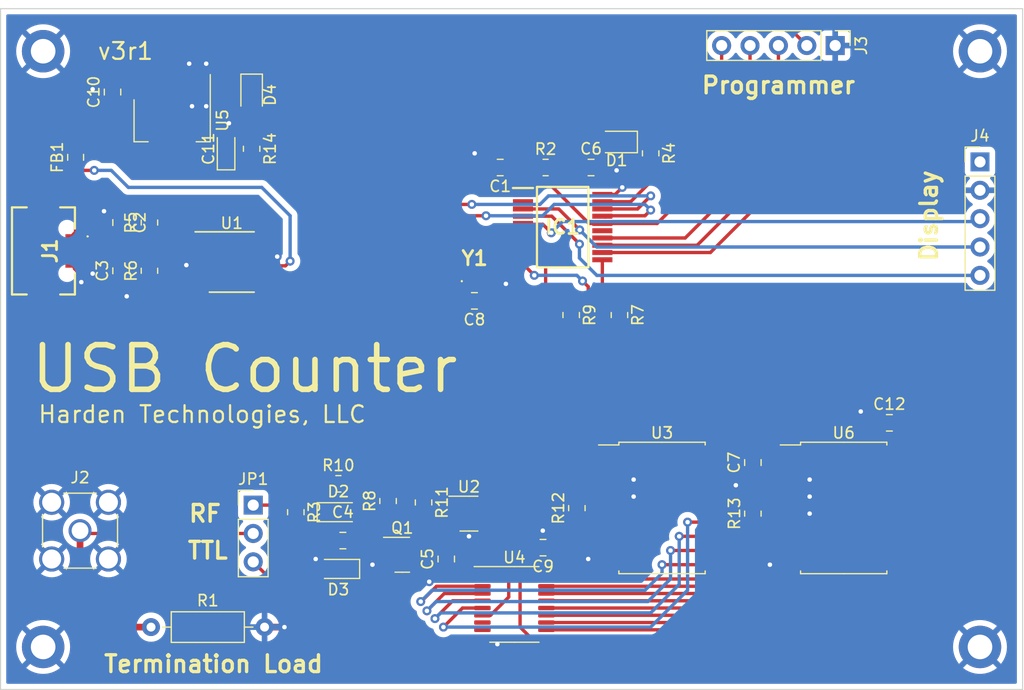
<source format=kicad_pcb>
(kicad_pcb (version 20211014) (generator pcbnew)
  (layers (0 "F.Cu" signal) (31 "B.Cu" signal) (34 "B.Paste" user) (35 "F.Paste" user) (36 "B.SilkS" user "B.Silkscreen") (37 "F.SilkS" user "F.Silkscreen") (38 "B.Mask" user) (39 "F.Mask" user) (44 "Edge.Cuts" user))
  (net 0 "")
  (net 1 "GND")
  (net 2 "Net-(D4-Pad2)")
  (net 3 "VCC")
  (net 4 "Net-(R13-Pad1)")
  (net 5 "Net-(R12-Pad1)")
  (net 6 "Net-(Q1-Pad3)")
  (net 7 "Net-(C5-Pad2)")
  (net 8 "SDA")
  (net 9 "Net-(C4-Pad1)")
  (net 10 "SCL")
  (net 11 "Net-(R6-Pad1)")
  (net 12 "Net-(C3-Pad2)")
  (net 13 "Net-(C2-Pad2)")
  (net 14 "Net-(R5-Pad2)")
  (net 15 "Net-(D1-Pad1)")
  (net 16 "STATUS")
  (net 17 "RST")
  (net 18 "Net-(JP1-Pad1)")
  (net 19 "Net-(C4-Pad2)")
  (net 20 "Net-(J2-Pad1)")
  (net 22 "COUNT")
  (net 23 "Net-(C10-Pad1)")
  (net 24 "Net-(U3-Pad10)")
  (net 25 "Net-(U3-Pad11)")
  (net 26 "Net-(U3-Pad12)")
  (net 27 "Net-(U3-Pad13)")
  (net 28 "GATE")
  (net 29 "OVF")
  (net 30 "Net-(U4-Pad12)")
  (net 31 "Net-(U4-Pad13)")
  (net 32 "Net-(U4-Pad14)")
  (net 33 "Net-(U4-Pad15)")
  (net 34 "Net-(U4-Pad16)")
  (net 35 "Net-(U4-Pad17)")
  (net 36 "Net-(U4-Pad18)")
  (net 37 "Net-(U4-Pad19)")
  (net 38 "PCTX")
  (net 40 "PCRX")
  (net 44 "5V")
  (net 62 "DISP_CS")
  (net 63 "DISP_CLK")
  (net 64 "DISP_DAT")
  (net 66 "Net-(IC1-Pad8)")
  (net 68 "SCK")
  (net 69 "MISO")
  (net 70 "MOSI")
  (footprint "Capacitor_SMD:C_0805_2012Metric_Pad1.18x1.45mm_HandSolder" (layer "F.Cu") (at 81.4285 98.425 180)
    (fp_text reference "C4")
    (fp_text value ".1u")
  )
  (footprint "LED_SMD:LED_0805_2012Metric_Pad1.15x1.40mm_HandSolder" (layer "F.Cu") (at 105.918 62.738 180)
    (fp_text reference "D1")
    (fp_text value "STATUS")
  )
  (footprint "Resistor_SMD:R_0805_2012Metric_Pad1.20x1.40mm_HandSolder" (layer "F.Cu") (at 64.120499 69.951136 90)
    (fp_text reference "R5")
    (fp_text value "27")
  )
  (footprint "Connector_PinHeader_2.54mm:PinHeader_1x03_P2.54mm_Vertical" (layer "F.Cu") (at 73.406 95.25)
    (fp_text reference "JP1")
    (fp_text value "Jumper")
  )
  (footprint "Capacitor_SMD:C_0805_2012Metric_Pad1.18x1.45mm_HandSolder" (layer "F.Cu") (at 61.580499 74.269136 90)
    (fp_text reference "C3")
    (fp_text value "47p")
  )
  (footprint "Resistor_SMD:R_0805_2012Metric_Pad1.20x1.40mm_HandSolder" (layer "F.Cu") (at 77.216 95.885 -90)
    (fp_text reference "R3")
    (fp_text value "100k")
  )
  (footprint "Connector_PinHeader_2.54mm:PinHeader_1x05_P2.54mm_Vertical" (layer "F.Cu") (at 125.476 54.102 -90)
    (fp_text reference "J3")
    (fp_text value "Conn_Prog")
  )
  (footprint "Connector_PinHeader_2.54mm:PinHeader_1x05_P2.54mm_Vertical" (layer "F.Cu") (at 138.43 64.521)
    (fp_text reference "J4")
    (fp_text value "Conn_Disp")
  )
  (footprint "Capacitor_SMD:C_0805_2012Metric_Pad1.18x1.45mm_HandSolder" (layer "F.Cu") (at 61.580499 69.951136 -90)
    (fp_text reference "C2")
    (fp_text value "47p")
  )
  (footprint "Connector_Coaxial:SMA_Amphenol_901-144_Vertical" (layer "F.Cu") (at 57.912 97.536)
    (fp_text reference "J2")
    (fp_text value "SMA")
  )
  (footprint "Resistor_SMD:R_0805_2012Metric_Pad1.20x1.40mm_HandSolder" (layer "F.Cu") (at 85.471 94.885 90)
    (fp_text reference "R8")
    (fp_text value "100k")
  )
  (footprint "Resistor_SMD:R_0805_2012Metric_Pad1.20x1.40mm_HandSolder" (layer "F.Cu") (at 102.362 95.52 90)
    (fp_text reference "R12")
    (fp_text value "10k")
  )
  (footprint "Package_TO_SOT_SMD:SOT-23-5" (layer "F.Cu") (at 92.71 96.012)
    (fp_text reference "U2")
    (fp_text value "SN74LVC1Gxx")
  )
  (footprint "Resistor_SMD:R_0805_2012Metric_Pad1.20x1.40mm_HandSolder" (layer "F.Cu") (at 106.172 78.232 -90)
    (fp_text reference "R7")
    (fp_text value "10k")
  )
  (footprint "Package_TO_SOT_SMD:SOT-223-3_TabPin2" (layer "F.Cu") (at 66.152499 60.807136 -90)
    (fp_text reference "U5")
    (fp_text value "NCP1117 3.3V")
  )
  (footprint "Diode_SMD:D_SOD-323_HandSoldering" (layer "F.Cu") (at 81.026 95.885)
    (fp_text reference "D2")
    (fp_text value "D")
  )
  (footprint "Capacitor_SMD:C_0805_2012Metric_Pad1.18x1.45mm_HandSolder" (layer "F.Cu") (at 60.818499 58.267136 90)
    (fp_text reference "C10")
    (fp_text value ".1u")
  )
  (footprint "Library Loader:SOP65P780X200-20N" (layer "F.Cu") (at 101.092 70.358)
    (fp_text reference "IC1")
    (fp_text value "ATTINY826-XUR" hide)
  )
  (footprint "Capacitor_SMD:C_0805_2012Metric_Pad1.18x1.45mm_HandSolder" (layer "F.Cu") (at 103.632 65.024)
    (fp_text reference "C6")
    (fp_text value ".1u")
  )
  (footprint "Inductor_SMD:L_0805_2012Metric_Pad1.15x1.40mm_HandSolder" (layer "F.Cu") (at 57.516499 64.109136 90)
    (fp_text reference "FB1")
    (fp_text value "Ferrite")
  )
  (footprint "Resistor_SMD:R_0805_2012Metric_Pad1.20x1.40mm_HandSolder" (layer "F.Cu") (at 64.120499 74.269136 90)
    (fp_text reference "R6")
    (fp_text value "27")
  )
  (footprint "Capacitor_SMD:C_0805_2012Metric_Pad1.18x1.45mm_HandSolder" (layer "F.Cu") (at 95.504 65.024 180)
    (fp_text reference "C1")
    (fp_text value ".1u")
  )
  (footprint "Capacitor_SMD:C_0805_2012Metric_Pad1.18x1.45mm_HandSolder" (layer "F.Cu") (at 93.1965 76.962 180)
    (fp_text reference "C8")
    (fp_text value ".1u")
  )
  (footprint "Resistor_SMD:R_0805_2012Metric_Pad1.20x1.40mm_HandSolder" (layer "F.Cu") (at 101.854 78.232 -90)
    (fp_text reference "R9")
    (fp_text value "10k")
  )
  (footprint "Resistor_THT:R_Axial_DIN0207_L6.3mm_D2.5mm_P10.16mm_Horizontal" (layer "F.Cu") (at 64.262 106.172)
    (fp_text reference "R1")
    (fp_text value "50")
  )
  (footprint "Resistor_SMD:R_0805_2012Metric_Pad1.20x1.40mm_HandSolder" (layer "F.Cu") (at 108.966 63.754 -90)
    (fp_text reference "R4")
    (fp_text value "10k")
  )
  (footprint "LED_SMD:LED_0805_2012Metric_Pad1.15x1.40mm_HandSolder" (layer "F.Cu") (at 73.264499 58.521136 -90)
    (fp_text reference "D4")
    (fp_text value "POWER")
  )
  (footprint "Capacitor_SMD:C_0805_2012Metric_Pad1.18x1.45mm_HandSolder" (layer "F.Cu") (at 118.11 91.44 90)
    (fp_text reference "C7")
    (fp_text value ".1u")
  )
  (footprint "Capacitor_SMD:C_0805_2012Metric_Pad1.18x1.45mm_HandSolder" (layer "F.Cu") (at 99.3355 99.06 180)
    (fp_text reference "C9")
    (fp_text value ".1u")
  )
  (footprint "Capacitor_SMD:C_0805_2012Metric_Pad1.18x1.45mm_HandSolder" (layer "F.Cu") (at 90.678 100.076 90)
    (fp_text reference "C5")
    (fp_text value ".1u")
  )
  (footprint "Package_SO:SOIC-18W_7.5x11.6mm_P1.27mm" (layer "F.Cu") (at 126.238 95.504)
    (fp_text reference "U6")
    (fp_text value "MCP23008-xSO")
  )
  (footprint "Package_TO_SOT_SMD:SOT-23" (layer "F.Cu") (at 86.741 99.695)
    (fp_text reference "Q1")
    (fp_text value "MMBT2222A")
  )
  (footprint "MountingHole:MountingHole_2.2mm_M2_DIN965_Pad" (layer "F.Cu") (at 138.43 107.95)
    (fp_text reference "H4" hide)
    (fp_text value "Hole")
  )
  (footprint "MountingHole:MountingHole_2.2mm_M2_DIN965_Pad" (layer "F.Cu") (at 138.43 54.61)
    (fp_text reference "H2" hide)
    (fp_text value "Hole")
  )
  (footprint "Resistor_SMD:R_0805_2012Metric_Pad1.20x1.40mm_HandSolder" (layer "F.Cu") (at 73.264499 63.347136 -90)
    (fp_text reference "R14")
    (fp_text value "10k")
  )
  (footprint "MountingHole:MountingHole_2.2mm_M2_DIN965_Pad" (layer "F.Cu") (at 54.61 54.61)
    (fp_text reference "H1" hide)
    (fp_text value "Hole")
  )
  (footprint "Package_SO:SOIC-18W_7.5x11.6mm_P1.27mm" (layer "F.Cu") (at 109.982 95.504)
    (fp_text reference "U3")
    (fp_text value "MCP23008-xSO")
  )
  (footprint "Resistor_SMD:R_0805_2012Metric_Pad1.20x1.40mm_HandSolder" (layer "F.Cu") (at 118.11 96.012 90)
    (fp_text reference "R13")
    (fp_text value "10k")
  )
  (footprint "MountingHole:MountingHole_2.2mm_M2_DIN965_Pad" (layer "F.Cu") (at 54.61 107.95)
    (fp_text reference "H3" hide)
    (fp_text value "Hole")
  )
  (footprint "Resistor_SMD:R_0805_2012Metric_Pad1.20x1.40mm_HandSolder" (layer "F.Cu") (at 81.026 93.345)
    (fp_text reference "R10")
    (fp_text value "10k")
  )
  (footprint "Resistor_SMD:R_0805_2012Metric_Pad1.20x1.40mm_HandSolder" (layer "F.Cu") (at 88.646 95.012 -90)
    (fp_text reference "R11")
    (fp_text value "10k")
  )
  (footprint "Capacitor_SMD:C_0805_2012Metric_Pad1.18x1.45mm_HandSolder" (layer "F.Cu") (at 130.3235 87.884)
    (fp_text reference "C12")
    (fp_text value ".1u")
  )
  (footprint "Library Loader:UJ2MIBHGSMTTR" (layer "F.Cu") (at 54.637999 72.491136 -90)
    (fp_text reference "J1")
    (fp_text value "UJ2-MIBH-G-SMT-TR" hide)
  )
  (footprint "Resistor_SMD:R_0805_2012Metric_Pad1.20x1.40mm_HandSolder" (layer "F.Cu") (at 99.568 65.024)
    (fp_text reference "R2")
    (fp_text value "10k")
  )
  (footprint "Package_SO:SSOP-16_3.9x4.9mm_P0.635mm" (layer "F.Cu") (at 71.486499 73.507136)
    (fp_text reference "U1")
    (fp_text value "FT230XS")
  )
  (footprint "Capacitor_Tantalum_SMD:CP_EIA-2012-15_AVX-P_Pad1.30x1.05mm_HandSolder" (layer "F.Cu") (at 70.978499 63.347136 90)
    (fp_text reference "C11")
    (fp_text value ".1u")
  )
  (footprint "Library Loader:ECSTXO3225MV1474TR" (layer "F.Cu") (at 93.218 73.152)
    (fp_text reference "Y1")
    (fp_text value "14.7456 MHz TCXO" hide)
  )
  (footprint "Diode_SMD:D_SOD-323_HandSoldering" (layer "F.Cu") (at 81.026 100.965 180)
    (fp_text reference "D3")
    (fp_text value "D")
  )
  (footprint "Package_SO:TSSOP-20_4.4x6.5mm_P0.65mm" (layer "F.Cu") (at 96.774 104.14)
    (fp_text reference "U4")
    (fp_text value "74LV8154")
  )
  (gr_line (start 142.24 50.8) (end 142.24 111.76) (layer "Edge.Cuts") (width 0.1))
  (gr_line (start 50.8 50.8) (end 142.24 50.8) (layer "Edge.Cuts") (width 0.1))
  (gr_line (start 50.8 111.76) (end 50.8 50.8) (layer "Edge.Cuts") (width 0.1))
  (gr_line (start 142.24 111.76) (end 50.8 111.76) (layer "Edge.Cuts") (width 0.1))
  (gr_text "Display" (at 133.858 69.342 90) (layer "F.SilkS") (effects (font (size 1.5 1.5) (thickness 0.3))))
  (gr_text "USB Counter" (at 72.644 83.058) (layer "F.SilkS") (effects (font (size 4 4) (thickness 0.5))))
  (gr_text "Termination Load" (at 69.85 109.474) (layer "F.SilkS") (effects (font (size 1.5 1.5) (thickness 0.3))))
  (gr_text "v3r1" (at 61.976 54.61) (layer "F.SilkS") (effects (font (size 1.5 1.5) (thickness 0.2))))
  (gr_text "TTL" (at 69.342 99.314) (layer "F.SilkS") (effects (font (size 1.5 1.5) (thickness 0.3))))
  (gr_text "RF" (at 69.088 96.012) (layer "F.SilkS") (effects (font (size 1.5 1.5) (thickness 0.3))))
  (gr_text "Programmer" (at 120.396 57.658) (layer "F.SilkS") (effects (font (size 1.5 1.5) (thickness 0.3))))
  (gr_text "Harden Technologies, LLC" (at 68.834 87.122) (layer "F.SilkS") (effects (font (size 1.5 1.5) (thickness 0.2))))
  (segment (start 75.359999 73.189636) (end 74.086499 73.189636) (width 0.25) (layer "F.Cu") (net 1))
  (segment (start 79.776 100.858) (end 79.776 100.965) (width 0.3) (layer "F.Cu") (net 1))
  (segment (start 74.422 106.172) (end 76.2 106.172) (width 0.6) (layer "F.Cu") (net 1))
  (segment (start 94.368 74.102) (end 94.676 74.102) (width 0.25) (layer "F.Cu") (net 1))
  (segment (start 61.580499 75.306636) (end 61.580499 76.047136) (width 0.3) (layer "F.Cu") (net 1))
  (segment (start 94.4665 65.0025) (end 93.218 63.754) (width 0.3) (layer "F.Cu") (net 1))
  (segment (start 60.818499 57.229636) (end 59.823999 57.229636) (width 0.3) (layer "F.Cu") (net 1))
  (segment (start 95.25 107.696) (end 94.619 107.065) (width 0.3) (layer "F.Cu") (net 1))
  (segment (start 89.154 102.108) (end 90.1485 101.1135) (width 0.3) (layer "F.Cu") (net 1))
  (segment (start 106.426 66.802) (end 105.795 67.433) (width 0.3) (layer "F.Cu") (net 1))
  (segment (start 100.373 98.595) (end 99.314 97.536) (width 0.3) (layer "F.Cu") (net 1))
  (segment (start 61.558999 68.935136) (end 61.580499 68.913636) (width 0.3) (layer "F.Cu") (net 1))
  (segment (start 105.664 65.024) (end 105.918 65.278) (width 0.3) (layer "F.Cu") (net 1))
  (segment (start 122.936 94.234) (end 123.19 94.488) (width 0.3) (layer "F.Cu") (net 1))
  (segment (start 128.778 87.884) (end 127.762 86.868) (width 0.3) (layer "F.Cu") (net 1))
  (segment (start 78.994 100.076) (end 79.776 100.858) (width 0.3) (layer "F.Cu") (net 1))
  (segment (start 59.823999 57.229636) (end 59.040499 58.013136) (width 0.3) (layer "F.Cu") (net 1))
  (segment (start 58.024499 75.285136) (end 58.024499 74.482772) (width 0.6) (layer "F.Cu") (net 1))
  (segment (start 61.580499 76.047136) (end 62.088499 76.555136) (width 0.3) (layer "F.Cu") (net 1))
  (segment (start 105.332 94.234) (end 107.188 94.234) (width 0.3) (layer "F.Cu") (net 1))
  (segment (start 68.452499 58.789136) (end 69.200499 59.537136) (width 0.6) (layer "F.Cu") (net 1))
  (segment (start 59.040499 74.523136) (end 58.893317 74.375954) (width 0.6) (layer "F.Cu") (net 1))
  (segment (start 68.452499 56.475136) (end 69.200499 55.727136) (width 0.6) (layer "F.Cu") (net 1))
  (segment (start 105.332 100.584) (end 103.886 100.584) (width 0.3) (layer "F.Cu") (net 1))
  (segment (start 121.588 94.234) (end 122.936 94.234) (width 0.3) (layer "F.Cu") (net 1))
  (segment (start 117.5805 92.4775) (end 116.586 93.472) (width 0.3) (layer "F.Cu") (net 1))
  (segment (start 68.613499 57.496136) (end 68.452499 57.657136) (width 0.3) (layer "F.Cu") (net 1))
  (segment (start 103.886 100.584) (end 103.378 100.076) (width 0.3) (layer "F.Cu") (net 1))
  (segment (start 94.234 74.236) (end 94.368 74.102) (width 0.3) (layer "F.Cu") (net 1))
  (segment (start 70.978499 62.372136) (end 70.978499 61.315136) (width 0.3) (layer "F.Cu") (net 1))
  (segment (start 58.893317 74.375954) (end 57.917681 74.375954) (width 0.6) (layer "F.Cu") (net 1))
  (segment (start 68.452499 56.503136) (end 67.676499 55.727136) (width 0.6) (layer "F.Cu") (net 1))
  (segment (start 68.452499 59.015136) (end 67.930499 59.537136) (width 0.6) (layer "F.Cu") (net 1))
  (segment (start 68.822999 73.761136) (end 68.886499 73.824636) (width 0.25) (layer "F.Cu") (net 1))
  (segment (start 121.588 100.584) (end 119.634 100.584) (width 0.3) (layer "F.Cu") (net 1))
  (segment (start 94.676 74.102) (end 96.012 75.438) (width 0.25) (layer "F.Cu") (net 1))
  (segment (start 121.588 95.504) (end 122.682 95.504) (width 0.3) (layer "F.Cu") (net 1))
  (segment (start 57.292499 73.791136) (end 57.277999 73.791136) (width 0.3) (layer "F.Cu") (net 1))
  (segment (start 94.234 76.962) (end 94.234 74.236) (width 0.3) (layer "F.Cu") (net 1))
  (segment (start 68.452499 57.657136) (end 68.452499 58.789136) (width 0.6) (layer "F.Cu") (net 1))
  (segment (start 85.7425 100.584) (end 85.8035 100.645) (width 0.3) (layer "F.Cu") (net 1))
  (segment (start 57.917681 74.375954) (end 57.536681 73.994953) (width 0.6) (layer "F.Cu") (net 1))
  (segment (start 122.682 95.504) (end 123.19 96.012) (width 0.3) (layer "F.Cu") (net 1))
  (segment (start 121.588 92.964) (end 123.19 92.964) (width 0.3) (layer "F.Cu") (net 1))
  (segment (start 94.619 107.065) (end 93.9115 107.065) (width 0.3) (layer "F.Cu") (net 1))
  (segment (start 73.264499 57.496136) (end 68.613499 57.496136) (width 0.3) (layer "F.Cu") (net 1))
  (segment (start 90.1485 101.1135) (end 90.678 101.1135) (width 0.3) (layer "F.Cu") (net 1))
  (segment (start 100.373 99.06) (end 100.373 98.595) (width 0.3) (layer "F.Cu") (net 1))
  (segment (start 105.795 67.433) (end 104.642 67.433) (width 0.3) (layer "F.Cu") (net 1))
  (segment (start 60.056499 68.935136) (end 61.558999 68.935136) (width 0.3) (layer "F.Cu") (net 1))
  (segment (start 68.452499 57.657136) (end 68.452499 56.475136) (width 0.6) (layer "F.Cu") (net 1))
  (segment (start 118.1315 92.456) (end 118.11 92.4775) (width 0.3) (layer "F.Cu") (net 1))
  (segment (start 84.074 100.584) (end 85.7425 100.584) (width 0.3) (layer "F.Cu") (net 1))
  (segment (start 94.4665 65.024) (end 94.4665 65.0025) (width 0.3) (layer "F.Cu") (net 1))
  (segment (start 91.628 96.962) (end 92.71 98.044) (width 0.3) (layer "F.Cu") (net 1))
  (segment (start 104.6695 65.024) (end 105.664 65.024) (width 0.3) (layer "F.Cu") (net 1))
  (segment (start 70.978499 61.315136) (end 71.232499 61.061136) (width 0.3) (layer "F.Cu") (net 1))
  (segment (start 68.452499 57.657136) (end 68.452499 59.015136) (width 0.6) (layer "F.Cu") (net 1))
  (segment (start 129.286 87.884) (end 128.778 87.884) (width 0.3) (layer "F.Cu") (net 1))
  (segment (start 91.5725 96.962) (end 91.628 96.962) (width 0.3) (layer "F.Cu") (net 1))
  (segment (start 58.024499 74.482772) (end 57.917681 74.375954) (width 0.6) (layer "F.Cu") (net 1))
  (segment (start 75.550499 72.999136) (end 75.359999 73.189636) (width 0.25) (layer "F.Cu") (net 1))
  (segment (start 118.11 92.4775) (end 117.5805 92.4775) (width 0.3) (layer "F.Cu") (net 1))
  (segment (start 107.188 94.234) (end 107.442 94.488) (width 0.3) (layer "F.Cu") (net 1))
  (segment (start 68.452499 57.657136) (end 68.452499 56.503136) (width 0.6) (layer "F.Cu") (net 1))
  (segment (start 105.332 92.964) (end 107.442 92.964) (width 0.3) (layer "F.Cu") (net 1))
  (segment (start 67.422499 73.761136) (end 68.822999 73.761136) (width 0.25) (layer "F.Cu") (net 1))
  (via (at 58.024499 75.285136) (size 0.8) (drill 0.4) (layers "F.Cu" "B.Cu") (net 1))
  (via (at 69.200499 55.727136) (size 0.8) (drill 0.4) (layers "F.Cu" "B.Cu") (net 1))
  (via (at 95.25 107.696) (size 0.8) (drill 0.4) (layers "F.Cu" "B.Cu") (net 1))
  (via (at 89.154 102.108) (size 0.8) (drill 0.4) (layers "F.Cu" "B.Cu") (net 1))
  (via (at 103.378 100.076) (size 0.8) (drill 0.4) (layers "F.Cu" "B.Cu") (net 1))
  (via (at 92.71 98.044) (size 0.8) (drill 0.4) (layers "F.Cu" "B.Cu") (net 1))
  (via (at 127.762 86.868) (size 0.8) (drill 0.4) (layers "F.Cu" "B.Cu") (net 1))
  (via (at 75.550499 72.999136) (size 0.8) (drill 0.4) (layers "F.Cu" "B.Cu") (net 1))
  (via (at 106.426 66.802) (size 0.8) (drill 0.4) (layers "F.Cu" "B.Cu") (net 1))
  (via (at 123.19 96.012) (size 0.8) (drill 0.4) (layers "F.Cu" "B.Cu") (net 1))
  (via (at 59.040499 58.013136) (size 0.8) (drill 0.4) (layers "F.Cu" "B.Cu") (net 1))
  (via (at 105.918 65.278) (size 0.8) (drill 0.4) (layers "F.Cu" "B.Cu") (net 1))
  (via (at 116.586 93.472) (size 0.8) (drill 0.4) (layers "F.Cu" "B.Cu") (net 1))
  (via (at 67.930499 59.537136) (size 0.8) (drill 0.4) (layers "F.Cu" "B.Cu") (net 1))
  (via (at 84.074 100.584) (size 0.8) (drill 0.4) (layers "F.Cu" "B.Cu") (net 1))
  (via (at 96.012 75.438) (size 0.8) (drill 0.4) (layers "F.Cu" "B.Cu") (net 1))
  (via (at 69.200499 59.537136) (size 0.8) (drill 0.4) (layers "F.Cu" "B.Cu") (net 1))
  (via (at 107.442 92.964) (size 0.8) (drill 0.4) (layers "F.Cu" "B.Cu") (net 1))
  (via (at 71.232499 61.061136) (size 0.8) (drill 0.4) (layers "F.Cu" "B.Cu") (net 1))
  (via (at 62.088499 76.555136) (size 0.8) (drill 0.4) (layers "F.Cu" "B.Cu") (net 1))
  (via (at 107.442 94.488) (size 0.8) (drill 0.4) (layers "F.Cu" "B.Cu") (net 1))
  (via (at 59.040499 74.523136) (size 0.8) (drill 0.4) (layers "F.Cu" "B.Cu") (net 1))
  (via (at 76.2 106.172) (size 0.8) (drill 0.4) (layers "F.Cu" "B.Cu") (net 1))
  (via (at 99.314 97.536) (size 0.8) (drill 0.4) (layers "F.Cu" "B.Cu") (net 1))
  (via (at 78.994 100.076) (size 0.8) (drill 0.4) (layers "F.Cu" "B.Cu") (net 1))
  (via (at 123.19 94.488) (size 0.8) (drill 0.4) (layers "F.Cu" "B.Cu") (net 1))
  (via (at 67.676499 55.727136) (size 0.8) (drill 0.4) (layers "F.Cu" "B.Cu") (net 1))
  (via (at 123.19 92.964) (size 0.8) (drill 0.4) (layers "F.Cu" "B.Cu") (net 1))
  (via (at 119.634 100.584) (size 0.8) (drill 0.4) (layers "F.Cu" "B.Cu") (net 1))
  (via (at 60.056499 68.935136) (size 0.8) (drill 0.4) (layers "F.Cu" "B.Cu") (net 1))
  (via (at 67.422499 73.761136) (size 0.8) (drill 0.4) (layers "F.Cu" "B.Cu") (net 1))
  (via (at 93.218 63.754) (size 0.8) (drill 0.4) (layers "F.Cu" "B.Cu") (net 1))
  (segment (start 73.264499 59.546136) (end 73.264499 62.347136) (width 0.25) (layer "F.Cu") (net 2))
  (segment (start 92.068 74.102) (end 92.068 72.202) (width 0.25) (layer "F.Cu") (net 3))
  (segment (start 95.604 64.300472) (end 96.116472 63.788) (width 0.3) (layer "F.Cu") (net 3))
  (segment (start 100.568 65.024) (end 102.5945 65.024) (width 0.3) (layer "F.Cu") (net 3))
  (segment (start 92.159 76.962) (end 92.159 74.193) (width 0.3) (layer "F.Cu") (net 3))
  (segment (start 130.888 88.357) (end 131.361 87.884) (width 0.3) (layer "F.Cu") (net 3))
  (segment (start 91.948 74.222) (end 92.068 74.102) (width 0.3) (layer "F.Cu") (net 3))
  (segment (start 110.998 90.424) (end 114.632 90.424) (width 0.3) (layer "F.Cu") (net 3))
  (segment (start 79.756 93.615) (end 79.756 95.865) (width 0.3) (layer "F.Cu") (net 3))
  (segment (start 80.026 93.345) (end 79.756 93.615) (width 0.3) (layer "F.Cu") (net 3))
  (segment (start 97.282 102.108) (end 98.175 101.215) (width 0.3) (layer "F.Cu") (net 3))
  (segment (start 100.6 62.738) (end 100.6 64.992) (width 0.3) (layer "F.Cu") (net 3))
  (segment (start 105.332 95.504) (end 108.458 95.504) (width 0.3) (layer "F.Cu") (net 3))
  (segment (start 97.542 67.433) (end 96.897 67.433) (width 0.3) (layer "F.Cu") (net 3))
  (segment (start 104.893 62.738) (end 104.8805 62.738) (width 0.3) (layer "F.Cu") (net 3))
  (segment (start 99.6365 107.065) (end 98.175 107.065) (width 0.3) (layer "F.Cu") (net 3))
  (segment (start 100.6 62.738) (end 98.536 62.738) (width 0.3) (layer "F.Cu") (net 3))
  (segment (start 96.116472 63.788) (end 97.486 63.788) (width 0.3) (layer "F.Cu") (net 3))
  (segment (start 100.6 64.992) (end 100.568 65.024) (width 0.3) (layer "F.Cu") (net 3))
  (segment (start 104.8805 62.738) (end 102.5945 65.024) (width 0.3) (layer "F.Cu") (net 3))
  (segment (start 97.486 63.788) (end 98.536 62.738) (width 0.3) (layer "F.Cu") (net 3))
  (segment (start 96.897 67.433) (end 95.604 66.14) (width 0.3) (layer "F.Cu") (net 3))
  (segment (start 97.282 106.172) (end 97.282 102.108) (width 0.3) (layer "F.Cu") (net 3))
  (segment (start 98.175 101.215) (end 99.6365 101.215) (width 0.3) (layer "F.Cu") (net 3))
  (segment (start 108.458 95.504) (end 109.982 93.98) (width 0.3) (layer "F.Cu") (net 3))
  (segment (start 130.888 90.424) (end 130.888 88.357) (width 0.3) (layer "F.Cu") (net 3))
  (segment (start 98.175 107.065) (end 97.282 106.172) (width 0.3) (layer "F.Cu") (net 3))
  (segment (start 109.982 93.98) (end 109.982 91.44) (width 0.3) (layer "F.Cu") (net 3))
  (segment (start 109.982 91.44) (end 110.998 90.424) (width 0.3) (layer "F.Cu") (net 3))
  (segment (start 79.756 95.865) (end 79.776 95.885) (width 0.3) (layer "F.Cu") (net 3))
  (segment (start 92.159 74.193) (end 92.068 74.102) (width 0.3) (layer "F.Cu") (net 3))
  (segment (start 95.604 66.14) (end 95.604 64.300472) (width 0.3) (layer "F.Cu") (net 3))
  (segment (start 121.588 96.774) (end 118.348 96.774) (width 0.3) (layer "F.Cu") (net 4))
  (segment (start 118.348 96.774) (end 118.11 97.012) (width 0.3) (layer "F.Cu") (net 4))
  (segment (start 105.332 96.774) (end 102.616 96.774) (width 0.3) (layer "F.Cu") (net 5))
  (segment (start 102.616 96.774) (end 102.362 96.52) (width 0.3) (layer "F.Cu") (net 5))
  (segment (start 87.027 96.933) (end 87.6785 97.5845) (width 0.3) (layer "F.Cu") (net 6))
  (segment (start 87.6785 97.5845) (end 87.6785 99.695) (width 0.3) (layer "F.Cu") (net 6))
  (segment (start 82.566 93.885) (end 82.026 93.345) (width 0.3) (layer "F.Cu") (net 6))
  (segment (start 85.471 93.885) (end 87.027 93.885) (width 0.3) (layer "F.Cu") (net 6))
  (segment (start 87.027 93.885) (end 88.519 93.885) (width 0.3) (layer "F.Cu") (net 6))
  (segment (start 87.027 93.885) (end 87.027 96.933) (width 0.3) (layer "F.Cu") (net 6))
  (segment (start 85.471 93.885) (end 82.566 93.885) (width 0.3) (layer "F.Cu") (net 6))
  (segment (start 88.519 93.885) (end 88.646 94.012) (width 0.3) (layer "F.Cu") (net 6))
  (segment (start 90.678 99.0385) (end 88.646 97.0065) (width 0.3) (layer "F.Cu") (net 7))
  (segment (start 88.646 97.0065) (end 88.646 96.012) (width 0.3) (layer "F.Cu") (net 7))
  (segment (start 90.678 99.0385) (end 87.1005 102.616) (width 0.3) (layer "F.Cu") (net 7))
  (segment (start 88.646 96.012) (end 91.5725 96.012) (width 0.3) (layer "F.Cu") (net 7))
  (segment (start 75.692 102.616) (end 73.406 100.33) (width 0.3) (layer "F.Cu") (net 7))
  (segment (start 87.1005 102.616) (end 75.692 102.616) (width 0.3) (layer "F.Cu") (net 7))
  (via (at 73.406 100.33) (size 0.8) (drill 0.4) (layers "F.Cu" "B.Cu") (net 7))
  (segment (start 120.213 90.781107) (end 121.125893 91.694) (width 0.3) (layer "F.Cu") (net 8))
  (segment (start 103.378 75.692) (end 103.378 77.216) (width 0.3) (layer "F.Cu") (net 8))
  (segment (start 103.362 77.232) (end 103.378 77.216) (width 0.3) (layer "F.Cu") (net 8))
  (segment (start 97.542 73.666) (end 97.542 73.283) (width 0.3) (layer "F.Cu") (net 8))
  (segment (start 118.618 87.884) (end 120.213 89.479) (width 0.3) (layer "F.Cu") (net 8))
  (segment (start 102.87 75.184) (end 103.378 75.692) (width 0.3) (layer "F.Cu") (net 8))
  (segment (start 121.125893 91.694) (end 121.588 91.694) (width 0.3) (layer "F.Cu") (net 8))
  (segment (start 109.982 87.884) (end 118.618 87.884) (width 0.3) (layer "F.Cu") (net 8))
  (segment (start 120.213 89.479) (end 120.213 90.781107) (width 0.3) (layer "F.Cu") (net 8))
  (segment (start 103.378 90.678) (end 104.394 91.694) (width 0.3) (layer "F.Cu") (net 8))
  (segment (start 98.552 74.676) (end 97.542 73.666) (width 0.3) (layer "F.Cu") (net 8))
  (segment (start 106.172 91.694) (end 109.982 87.884) (width 0.3) (layer "F.Cu") (net 8))
  (segment (start 105.332 91.694) (end 106.172 91.694) (width 0.3) (layer "F.Cu") (net 8))
  (segment (start 101.854 77.232) (end 103.362 77.232) (width 0.3) (layer "F.Cu") (net 8))
  (segment (start 103.378 77.216) (end 103.378 90.678) (width 0.3) (layer "F.Cu") (net 8))
  (via (at 102.87 75.184) (size 0.8) (drill 0.4) (layers "F.Cu" "B.Cu") (net 8))
  (via (at 98.552 74.676) (size 0.8) (drill 0.4) (layers "F.Cu" "B.Cu") (net 8))
  (segment (start 98.552 74.676) (end 102.362 74.676) (width 0.3) (layer "B.Cu") (net 8))
  (segment (start 102.362 74.676) (end 102.87 75.184) (width 0.3) (layer "B.Cu") (net 8))
  (segment (start 82.466 98.425) (end 82.466 96.075) (width 0.3) (layer "F.Cu") (net 9))
  (segment (start 85.8035 96.2175) (end 85.471 95.885) (width 0.3) (layer "F.Cu") (net 9))
  (segment (start 82.466 96.075) (end 82.276 95.885) (width 0.3) (layer "F.Cu") (net 9))
  (segment (start 85.8035 98.745) (end 85.8035 96.2175) (width 0.3) (layer "F.Cu") (net 9))
  (segment (start 82.466 100.775) (end 82.276 100.965) (width 0.3) (layer "F.Cu") (net 9))
  (segment (start 82.466 98.425) (end 82.786 98.745) (width 0.3) (layer "F.Cu") (net 9))
  (segment (start 82.466 98.425) (end 82.466 100.775) (width 0.3) (layer "F.Cu") (net 9))
  (segment (start 82.786 98.745) (end 85.8035 98.745) (width 0.3) (layer "F.Cu") (net 9))
  (segment (start 106.172 77.232) (end 104.652 77.232) (width 0.3) (layer "F.Cu") (net 10))
  (segment (start 104.652 77.232) (end 104.642 77.222) (width 0.3) (layer "F.Cu") (net 10))
  (segment (start 104.642 89.734) (end 104.642 77.222) (width 0.3) (layer "F.Cu") (net 10))
  (segment (start 119.634 86.868) (end 121.588 88.822) (width 0.3) (layer "F.Cu") (net 10))
  (segment (start 108.966 86.868) (end 119.634 86.868) (width 0.3) (layer "F.Cu") (net 10))
  (segment (start 104.642 77.222) (end 104.642 73.283) (width 0.3) (layer "F.Cu") (net 10))
  (segment (start 121.588 88.822) (end 121.588 90.424) (width 0.3) (layer "F.Cu") (net 10))
  (segment (start 105.332 90.424) (end 104.642 89.734) (width 0.3) (layer "F.Cu") (net 10))
  (segment (start 105.41 90.424) (end 108.966 86.868) (width 0.3) (layer "F.Cu") (net 10))
  (segment (start 105.332 90.424) (end 105.41 90.424) (width 0.3) (layer "F.Cu") (net 10))
  (segment (start 64.120499 75.269136) (end 64.580999 75.729636) (width 0.25) (layer "F.Cu") (net 11))
  (segment (start 64.580999 75.729636) (end 68.886499 75.729636) (width 0.25) (layer "F.Cu") (net 11))
  (segment (start 57.277999 72.491136) (end 60.839999 72.491136) (width 0.3) (layer "F.Cu") (net 12))
  (segment (start 64.082999 73.231636) (end 64.120499 73.269136) (width 0.3) (layer "F.Cu") (net 12))
  (segment (start 60.839999 72.491136) (end 61.580499 73.231636) (width 0.3) (layer "F.Cu") (net 12))
  (segment (start 61.580499 73.231636) (end 64.082999 73.231636) (width 0.3) (layer "F.Cu") (net 12))
  (segment (start 64.082999 70.988636) (end 64.120499 70.951136) (width 0.3) (layer "F.Cu") (net 13))
  (segment (start 60.727999 71.841136) (end 61.580499 70.988636) (width 0.3) (layer "F.Cu") (net 13))
  (segment (start 61.580499 70.988636) (end 64.082999 70.988636) (width 0.3) (layer "F.Cu") (net 13))
  (segment (start 57.277999 71.841136) (end 60.727999 71.841136) (width 0.3) (layer "F.Cu") (net 13))
  (segment (start 70.475136 68.951136) (end 64.120499 68.951136) (width 0.25) (layer "F.Cu") (net 14))
  (segment (start 72.136 74.676) (end 72.136 70.612) (width 0.25) (layer "F.Cu") (net 14))
  (segment (start 72.136 70.612) (end 70.475136 68.951136) (width 0.25) (layer "F.Cu") (net 14))
  (segment (start 74.086499 75.729636) (end 73.189636 75.729636) (width 0.25) (layer "F.Cu") (net 14))
  (segment (start 73.189636 75.729636) (end 72.136 74.676) (width 0.25) (layer "F.Cu") (net 14))
  (segment (start 106.943 62.738) (end 108.95 62.738) (width 0.3) (layer "F.Cu") (net 15))
  (segment (start 108.95 62.738) (end 108.966 62.754) (width 0.3) (layer "F.Cu") (net 15))
  (segment (start 104.642 68.083) (end 107.177 68.083) (width 0.3) (layer "F.Cu") (net 16))
  (segment (start 107.177 68.083) (end 108.966 66.294) (width 0.3) (layer "F.Cu") (net 16))
  (segment (start 108.966 66.294) (end 108.966 64.754) (width 0.3) (layer "F.Cu") (net 16))
  (segment (start 114.808 52.324) (end 113.538 53.594) (width 0.3) (layer "F.Cu") (net 17))
  (segment (start 122.936 54.102) (end 121.158 52.324) (width 0.3) (layer "F.Cu") (net 17))
  (segment (start 109.545 70.033) (end 104.642 70.033) (width 0.3) (layer "F.Cu") (net 17))
  (segment (start 98.568 65.159) (end 98.568 65.024) (width 0.3) (layer "F.Cu") (net 17))
  (segment (start 103.442 70.033) (end 98.568 65.159) (width 0.3) (layer "F.Cu") (net 17))
  (segment (start 98.568 65.024) (end 96.5415 65.024) (width 0.3) (layer "F.Cu") (net 17))
  (segment (start 121.158 52.324) (end 114.808 52.324) (width 0.3) (layer "F.Cu") (net 17))
  (segment (start 113.538 66.04) (end 109.545 70.033) (width 0.3) (layer "F.Cu") (net 17))
  (segment (start 113.538 53.594) (end 113.538 66.04) (width 0.3) (layer "F.Cu") (net 17))
  (segment (start 104.642 70.033) (end 103.442 70.033) (width 0.3) (layer "F.Cu") (net 17))
  (segment (start 76.851 95.25) (end 77.216 94.885) (width 0.3) (layer "F.Cu") (net 18))
  (segment (start 73.406 95.25) (end 76.851 95.25) (width 0.3) (layer "F.Cu") (net 18))
  (segment (start 77.216 96.885) (end 77.216 97.155) (width 0.3) (layer "F.Cu") (net 19))
  (segment (start 77.216 97.155) (end 78.486 98.425) (width 0.3) (layer "F.Cu") (net 19))
  (segment (start 78.486 98.425) (end 80.391 98.425) (width 0.3) (layer "F.Cu") (net 19))
  (segment (start 61.722 106.172) (end 64.262 106.172) (width 0.6) (layer "F.Cu") (net 20))
  (segment (start 57.912 102.362) (end 61.722 106.172) (width 0.6) (layer "F.Cu") (net 20))
  (segment (start 64.516 105.918) (end 64.262 106.172) (width 0.6) (layer "F.Cu") (net 20))
  (segment (start 57.912 97.536) (end 58.166 97.79) (width 0.3) (layer "F.Cu") (net 20))
  (segment (start 57.912 97.536) (end 57.912 102.362) (width 0.6) (layer "F.Cu") (net 20))
  (segment (start 58.166 97.79) (end 73.406 97.79) (width 0.3) (layer "F.Cu") (net 20))
  (segment (start 93.9115 97.026) (end 93.9115 101.865) (width 0.3) (layer "F.Cu") (net 22))
  (segment (start 93.8475 96.962) (end 93.9115 97.026) (width 0.3) (layer "F.Cu") (net 22))
  (segment (start 93.8475 96.962) (end 94.168 96.962) (width 0.3) (layer "F.Cu") (net 22))
  (segment (start 93.9115 101.865) (end 93.9115 101.215) (width 0.3) (layer "F.Cu") (net 22))
  (segment (start 94.168 96.962) (end 94.234 97.028) (width 0.3) (layer "F.Cu") (net 22))
  (segment (start 63.852499 58.789136) (end 63.336999 59.304636) (width 0.6) (layer "F.Cu") (net 23))
  (segment (start 60.818499 59.304636) (end 59.272999 59.304636) (width 0.6) (layer "F.Cu") (net 23))
  (segment (start 63.852499 58.281136) (end 63.852499 57.657136) (width 0.3) (layer "F.Cu") (net 23))
  (segment (start 57.516499 61.061136) (end 57.516499 63.084136) (width 0.6) (layer "F.Cu") (net 23))
  (segment (start 63.852499 57.657136) (end 63.852499 58.789136) (width 0.6) (layer "F.Cu") (net 23))
  (segment (start 63.336999 59.304636) (end 60.818499 59.304636) (width 0.6) (layer "F.Cu") (net 23))
  (segment (start 59.272999 59.304636) (end 57.516499 61.061136) (width 0.6) (layer "F.Cu") (net 23))
  (segment (start 109.982 100.584) (end 114.632 100.584) (width 0.3) (layer "F.Cu") (net 24))
  (segment (start 88.436661 103.886) (end 89.807661 102.515) (width 0.3) (layer "F.Cu") (net 24))
  (segment (start 89.807661 102.515) (end 93.9115 102.515) (width 0.3) (layer "F.Cu") (net 24))
  (segment (start 88.392 103.886) (end 88.436661 103.886) (width 0.3) (layer "F.Cu") (net 24))
  (via (at 109.982 100.584) (size 0.8) (drill 0.4) (layers "F.Cu" "B.Cu") (net 24))
  (via (at 88.392 103.886) (size 0.8) (drill 0.4) (layers "F.Cu" "B.Cu") (net 24))
  (segment (start 109.982 101.346) (end 108.458 102.87) (width 0.3) (layer "B.Cu") (net 24))
  (segment (start 89.408 102.87) (end 88.392 103.886) (width 0.3) (layer "B.Cu") (net 24))
  (segment (start 108.458 102.87) (end 89.408 102.87) (width 0.3) (layer "B.Cu") (net 24))
  (segment (start 109.982 100.584) (end 109.982 101.346) (width 0.3) (layer "B.Cu") (net 24))
  (segment (start 90.49906 103.165) (end 93.9115 103.165) (width 0.3) (layer "F.Cu") (net 25))
  (segment (start 110.744 99.314) (end 114.632 99.314) (width 0.3) (layer "F.Cu") (net 25))
  (segment (start 88.946424 104.717636) (end 90.49906 103.165) (width 0.3) (layer "F.Cu") (net 25))
  (via (at 110.744 99.314) (size 0.8) (drill 0.4) (layers "F.Cu" "B.Cu") (net 25))
  (via (at 88.946424 104.717636) (size 0.8) (drill 0.4) (layers "F.Cu" "B.Cu") (net 25))
  (segment (start 108.712 103.886) (end 110.744 101.854) (width 0.3) (layer "B.Cu") (net 25))
  (segment (start 89.77806 103.886) (end 108.712 103.886) (width 0.3) (layer "B.Cu") (net 25))
  (segment (start 88.946424 104.717636) (end 89.77806 103.886) (width 0.3) (layer "B.Cu") (net 25))
  (segment (start 110.744 101.854) (end 110.744 99.314) (width 0.3) (layer "B.Cu") (net 25))
  (segment (start 91.257 103.815) (end 93.9115 103.815) (width 0.3) (layer "F.Cu") (net 26))
  (segment (start 89.664733 105.412644) (end 89.664733 105.407267) (width 0.3) (layer "F.Cu") (net 26))
  (segment (start 111.5185 98.044) (end 113.538 98.044) (width 0.3) (layer "F.Cu") (net 26))
  (segment (start 89.664733 105.407267) (end 91.257 103.815) (width 0.3) (layer "F.Cu") (net 26))
  (via (at 111.5185 98.044) (size 0.8) (drill 0.4) (layers "F.Cu" "B.Cu") (net 26))
  (via (at 89.664733 105.412644) (size 0.8) (drill 0.4) (layers "F.Cu" "B.Cu") (net 26))
  (segment (start 108.966 104.902) (end 111.5185 102.3495) (width 0.3) (layer "B.Cu") (net 26))
  (segment (start 89.664733 105.412644) (end 90.175377 104.902) (width 0.3) (layer "B.Cu") (net 26))
  (segment (start 111.5185 102.3495) (end 111.5185 98.044) (width 0.3) (layer "B.Cu") (net 26))
  (segment (start 90.175377 104.902) (end 108.966 104.902) (width 0.3) (layer "B.Cu") (net 26))
  (segment (start 90.424 106.172) (end 92.131 104.465) (width 0.3) (layer "F.Cu") (net 27))
  (segment (start 92.131 104.465) (end 93.9115 104.465) (width 0.3) (layer "F.Cu") (net 27))
  (segment (start 114.632 96.774) (end 112.268 96.774) (width 0.3) (layer "F.Cu") (net 27))
  (via (at 112.268 96.774) (size 0.8) (drill 0.4) (layers "F.Cu" "B.Cu") (net 27))
  (via (at 90.424 106.172) (size 0.8) (drill 0.4) (layers "F.Cu" "B.Cu") (net 27))
  (segment (start 108.966 106.172) (end 112.268 102.87) (width 0.3) (layer "B.Cu") (net 27))
  (segment (start 90.424 106.172) (end 108.966 106.172) (width 0.3) (layer "B.Cu") (net 27))
  (segment (start 112.268 102.87) (end 112.268 96.774) (width 0.3) (layer "B.Cu") (net 27))
  (segment (start 96.266 97.79) (end 99.568 94.488) (width 0.3) (layer "F.Cu") (net 28))
  (segment (start 99.019 71.333) (end 97.542 71.333) (width 0.3) (layer "F.Cu") (net 28))
  (segment (start 93.9115 105.115) (end 94.635396 105.115) (width 0.3) (layer "F.Cu") (net 28))
  (segment (start 99.568 71.882) (end 99.019 71.333) (width 0.3) (layer "F.Cu") (net 28))
  (segment (start 94.635396 105.115) (end 96.266 103.484396) (width 0.3) (layer "F.Cu") (net 28))
  (segment (start 99.568 94.488) (end 99.568 71.882) (width 0.3) (layer "F.Cu") (net 28))
  (segment (start 96.266 103.484396) (end 96.266 97.79) (width 0.3) (layer "F.Cu") (net 28))
  (segment (start 135.382 102.064743) (end 135.382 95.25) (width 0.3) (layer "F.Cu") (net 30))
  (segment (start 99.6365 106.415) (end 131.031743 106.415) (width 0.3) (layer "F.Cu") (net 30))
  (segment (start 131.031743 106.415) (end 135.382 102.064743) (width 0.3) (layer "F.Cu") (net 30))
  (segment (start 131.826 91.694) (end 130.888 91.694) (width 0.3) (layer "F.Cu") (net 30))
  (segment (start 135.382 95.25) (end 131.826 91.694) (width 0.3) (layer "F.Cu") (net 30))
  (segment (start 134.858 95.742) (end 132.08 92.964) (width 0.3) (layer "F.Cu") (net 31))
  (segment (start 132.08 92.964) (end 130.888 92.964) (width 0.3) (layer "F.Cu") (net 31))
  (segment (start 130.974637 105.765) (end 134.858 101.881637) (width 0.3) (layer "F.Cu") (net 31))
  (segment (start 99.6365 105.765) (end 130.974637 105.765) (width 0.3) (layer "F.Cu") (net 31))
  (segment (start 134.858 101.881637) (end 134.858 95.742) (width 0.3) (layer "F.Cu") (net 31))
  (segment (start 134.358 101.674531) (end 134.358 96.258) (width 0.3) (layer "F.Cu") (net 32))
  (segment (start 132.334 94.234) (end 130.888 94.234) (width 0.3) (layer "F.Cu") (net 32))
  (segment (start 99.6365 105.115) (end 130.917531 105.115) (width 0.3) (layer "F.Cu") (net 32))
  (segment (start 130.917531 105.115) (end 134.358 101.674531) (width 0.3) (layer "F.Cu") (net 32))
  (segment (start 134.358 96.258) (end 132.334 94.234) (width 0.3) (layer "F.Cu") (net 32))
  (segment (start 99.6365 104.465) (end 130.860425 104.465) (width 0.3) (layer "F.Cu") (net 33))
  (segment (start 133.858 97.282) (end 132.08 95.504) (width 0.3) (layer "F.Cu") (net 33))
  (segment (start 133.858 101.467425) (end 133.858 97.282) (width 0.3) (layer "F.Cu") (net 33))
  (segment (start 130.860425 104.465) (end 133.858 101.467425) (width 0.3) (layer "F.Cu") (net 33))
  (segment (start 132.08 95.504) (end 130.888 95.504) (width 0.3) (layer "F.Cu") (net 33))
  (segment (start 99.6365 103.815) (end 130.803319 103.815) (width 0.3) (layer "F.Cu") (net 34))
  (segment (start 133.263 101.355319) (end 133.263 97.703) (width 0.3) (layer "F.Cu") (net 34))
  (segment (start 130.803319 103.815) (end 133.263 101.355319) (width 0.3) (layer "F.Cu") (net 34))
  (segment (start 132.334 96.774) (end 130.888 96.774) (width 0.3) (layer "F.Cu") (net 34))
  (segment (start 133.263 97.703) (end 132.334 96.774) (width 0.3) (layer "F.Cu") (net 34))
  (segment (start 132.763 98.981) (end 131.826 98.044) (width 0.3) (layer "F.Cu") (net 35))
  (segment (start 130.746213 103.165) (end 132.763 101.148213) (width 0.3) (layer "F.Cu") (net 35))
  (segment (start 131.826 98.044) (end 130.888 98.044) (width 0.3) (layer "F.Cu") (net 35))
  (segment (start 132.763 101.148213) (end 132.763 98.981) (width 0.3) (layer "F.Cu") (net 35))
  (segment (start 99.6365 103.165) (end 130.746213 103.165) (width 0.3) (layer "F.Cu") (net 35))
  (segment (start 131.572 99.314) (end 130.888 99.314) (width 0.3) (layer "F.Cu") (net 36))
  (segment (start 132.263 100.005) (end 131.572 99.314) (width 0.3) (layer "F.Cu") (net 36))
  (segment (start 99.6365 102.515) (end 130.689107 102.515) (width 0.3) (layer "F.Cu") (net 36))
  (segment (start 132.263 100.941107) (end 132.263 100.005) (width 0.3) (layer "F.Cu") (net 36))
  (segment (start 130.689107 102.515) (end 132.263 100.941107) (width 0.3) (layer "F.Cu") (net 36))
  (segment (start 99.6365 101.865) (end 130.545 101.865) (width 0.3) (layer "F.Cu") (net 37))
  (segment (start 130.545 101.865) (end 130.888 101.522) (width 0.3) (layer "F.Cu") (net 37))
  (segment (start 130.888 101.522) (end 130.888 100.584) (width 0.3) (layer "F.Cu") (net 37))
  (segment (start 92.964 68.326) (end 88.9 68.326) (width 0.3) (layer "F.Cu") (net 38))
  (segment (start 71.374 72.39) (end 70.268636 71.284636) (width 0.3) (layer "F.Cu") (net 38))
  (segment (start 72.898 76.962) (end 71.374 75.438) (width 0.3) (layer "F.Cu") (net 38))
  (segment (start 108.966 67.564) (end 107.797 68.733) (width 0.3) (layer "F.Cu") (net 38))
  (segment (start 80.264 76.962) (end 72.898 76.962) (width 0.3) (layer "F.Cu") (net 38))
  (segment (start 70.268636 71.284636) (end 68.886499 71.284636) (width 0.3) (layer "F.Cu") (net 38))
  (segment (start 71.374 75.438) (end 71.374 72.39) (width 0.3) (layer "F.Cu") (net 38))
  (segment (start 88.9 68.326) (end 80.264 76.962) (width 0.3) (layer "F.Cu") (net 38))
  (segment (start 107.797 68.733) (end 104.642 68.733) (width 0.3) (layer "F.Cu") (net 38))
  (via (at 92.964 68.326) (size 0.8) (drill 0.4) (layers "F.Cu" "B.Cu") (net 38))
  (via (at 108.966 67.564) (size 0.8) (drill 0.4) (layers "F.Cu" "B.Cu") (net 38))
  (segment (start 108.966 67.564) (end 99.822 67.564) (width 0.3) (layer "B.Cu") (net 38))
  (segment (start 99.822 67.564) (end 99.06 68.326) (width 0.3) (layer "B.Cu") (net 38))
  (segment (start 99.06 68.326) (end 92.964 68.326) (width 0.3) (layer "B.Cu") (net 38))
  (segment (start 69.887636 73.189636) (end 70.366 73.668) (width 0.3) (layer "F.Cu") (net 40))
  (segment (start 70.366 73.668) (end 70.366 75.954) (width 0.3) (layer "F.Cu") (net 40))
  (segment (start 68.886499 73.189636) (end 69.887636 73.189636) (width 0.3) (layer "F.Cu") (net 40))
  (segment (start 70.366 75.954) (end 72.39 77.978) (width 0.3) (layer "F.Cu") (net 40))
  (segment (start 105.018 69.342) (end 104.902 69.458) (width 0.3) (layer "F.Cu") (net 40))
  (segment (start 89.408 69.342) (end 94.234 69.342) (width 0.3) (layer "F.Cu") (net 40))
  (segment (start 80.772 77.978) (end 89.408 69.342) (width 0.3) (layer "F.Cu") (net 40))
  (segment (start 108.966 68.834) (end 108.458 69.342) (width 0.3) (layer "F.Cu") (net 40))
  (segment (start 108.458 69.342) (end 105.018 69.342) (width 0.3) (layer "F.Cu") (net 40))
  (segment (start 72.39 77.978) (end 80.772 77.978) (width 0.3) (layer "F.Cu") (net 40))
  (via (at 108.966 68.834) (size 0.8) (drill 0.4) (layers "F.Cu" "B.Cu") (net 40))
  (via (at 94.234 69.342) (size 0.8) (drill 0.4) (layers "F.Cu" "B.Cu") (net 40))
  (segment (start 108.458 68.326) (end 100.33 68.326) (width 0.3) (layer "B.Cu") (net 40))
  (segment (start 99.314 69.342) (end 94.234 69.342) (width 0.3) (layer "B.Cu") (net 40))
  (segment (start 100.33 68.326) (end 99.314 69.342) (width 0.3) (layer "B.Cu") (net 40))
  (segment (start 108.966 68.834) (end 108.458 68.326) (width 0.3) (layer "B.Cu") (net 40))
  (segment (start 57.516499 65.134136) (end 57.658 65.275637) (width 0.6) (layer "F.Cu") (net 44))
  (segment (start 57.508 65.379637) (end 57.253499 65.125136) (width 0.3) (layer "F.Cu") (net 44))
  (segment (start 57.660363 65.278) (end 57.516499 65.134136) (width 0.3) (layer "F.Cu") (net 44))
  (segment (start 76.289364 73.824636) (end 76.708 73.406) (width 0.3) (layer "F.Cu") (net 44))
  (segment (start 57.658 70.866) (end 57.409681 71.114319) (width 0.6) (layer "F.Cu") (net 44))
  (segment (start 59.182 65.278) (end 57.660363 65.278) (width 0.3) (layer "F.Cu") (net 44))
  (segment (start 57.658 65.275637) (end 57.658 70.866) (width 0.6) (layer "F.Cu") (net 44))
  (segment (start 74.086499 73.824636) (end 76.289364 73.824636) (width 0.3) (layer "F.Cu") (net 44))
  (via (at 59.182 65.278) (size 0.8) (drill 0.4) (layers "F.Cu" "B.Cu") (net 44))
  (via (at 76.708 73.406) (size 0.8) (drill 0.4) (layers "F.Cu" "B.Cu") (net 44))
  (segment (start 74.168 66.802) (end 62.23 66.802) (width 0.3) (layer "B.Cu") (net 44))
  (segment (start 60.706 65.278) (end 59.182 65.278) (width 0.3) (layer "B.Cu") (net 44))
  (segment (start 62.23 66.802) (end 60.706 65.278) (width 0.3) (layer "B.Cu") (net 44))
  (segment (start 76.708 73.406) (end 76.708 69.342) (width 0.3) (layer "B.Cu") (net 44))
  (segment (start 76.708 69.342) (end 74.168 66.802) (width 0.3) (layer "B.Cu") (net 44))
  (segment (start 100.737 68.733) (end 97.542 68.733) (width 0.3) (layer "F.Cu") (net 62))
  (segment (start 102.616 70.612) (end 100.737 68.733) (width 0.3) (layer "F.Cu") (net 62))
  (via (at 102.616 70.612) (size 0.8) (drill 0.4) (layers "F.Cu" "B.Cu") (net 62))
  (segment (start 104.145 72.141) (end 138.43 72.141) (width 0.3) (layer "B.Cu") (net 62))
  (segment (start 102.616 70.612) (end 104.145 72.141) (width 0.3) (layer "B.Cu") (net 62))
  (segment (start 102.594023 71.882) (end 102.594023 71.860023) (width 0.3) (layer "F.Cu") (net 63))
  (segment (start 100.117 69.383) (end 97.542 69.383) (width 0.3) (layer "F.Cu") (net 63))
  (segment (start 102.594023 71.860023) (end 100.117 69.383) (width 0.3) (layer "F.Cu") (net 63))
  (via (at 102.594023 71.882) (size 0.8) (drill 0.4) (layers "F.Cu" "B.Cu") (net 63))
  (segment (start 102.594023 71.882) (end 102.594023 73.130023) (width 0.3) (layer "B.Cu") (net 63))
  (segment (start 102.594023 73.130023) (end 104.145 74.681) (width 0.3) (layer "B.Cu") (net 63))
  (segment (start 104.145 74.681) (end 138.43 74.681) (width 0.3) (layer "B.Cu") (net 63))
  (segment (start 99.318 70.108) (end 97.536 70.108) (width 0.3) (layer "F.Cu") (net 64))
  (segment (start 100.076 70.866) (end 99.318 70.108) (width 0.3) (layer "F.Cu") (net 64))
  (via (at 100.076 70.866) (size 0.8) (drill 0.4) (layers "F.Cu" "B.Cu") (net 64))
  (segment (start 101.08 69.862) (end 138.169 69.862) (width 0.3) (layer "B.Cu") (net 64))
  (segment (start 100.076 70.866) (end 101.08 69.862) (width 0.3) (layer "B.Cu") (net 64))
  (segment (start 138.169 69.862) (end 138.43 69.601) (width 0.3) (layer "B.Cu") (net 64))
  (segment (start 94.368 72.202) (end 94.587 71.983) (width 0.3) (layer "F.Cu") (net 66))
  (segment (start 94.587 71.983) (end 97.542 71.983) (width 0.3) (layer "F.Cu") (net 66))
  (segment (start 120.396 66.548) (end 120.396 54.102) (width 0.3) (layer "F.Cu") (net 68))
  (segment (start 114.311 72.633) (end 120.396 66.548) (width 0.3) (layer "F.Cu") (net 68))
  (segment (start 104.642 72.633) (end 114.311 72.633) (width 0.3) (layer "F.Cu") (net 68))
  (segment (start 117.856 67.255106) (end 113.128106 71.983) (width 0.3) (layer "F.Cu") (net 69))
  (segment (start 117.856 54.102) (end 117.856 67.255106) (width 0.3) (layer "F.Cu") (net 69))
  (segment (start 113.128106 71.983) (end 104.642 71.983) (width 0.3) (layer "F.Cu") (net 69))
  (segment (start 115.316 68.072) (end 112.055 71.333) (width 0.3) (layer "F.Cu") (net 70))
  (segment (start 112.055 71.333) (end 104.642 71.333) (width 0.3) (layer "F.Cu") (net 70))
  (segment (start 115.316 54.102) (end 115.316 68.072) (width 0.3) (layer "F.Cu") (net 70))
  (zone (net 1) (net_name "GND") (layer "B.Cu") (connect_pads (clearance 0.508)) (min_thickness 0.254) (fill yes (thermal_gap 0.508) (thermal_bridge_width 0.508))
    (polygon (pts (xy 142.24 111.76) (xy 50.8 111.76) (xy 50.8 50.8) (xy 142.24 50.8)))
  )
)
</source>
